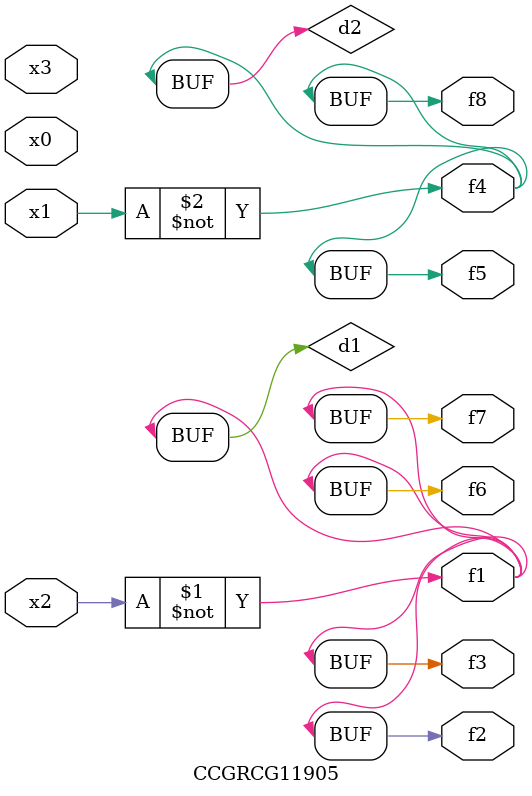
<source format=v>
module CCGRCG11905(
	input x0, x1, x2, x3,
	output f1, f2, f3, f4, f5, f6, f7, f8
);

	wire d1, d2;

	xnor (d1, x2);
	not (d2, x1);
	assign f1 = d1;
	assign f2 = d1;
	assign f3 = d1;
	assign f4 = d2;
	assign f5 = d2;
	assign f6 = d1;
	assign f7 = d1;
	assign f8 = d2;
endmodule

</source>
